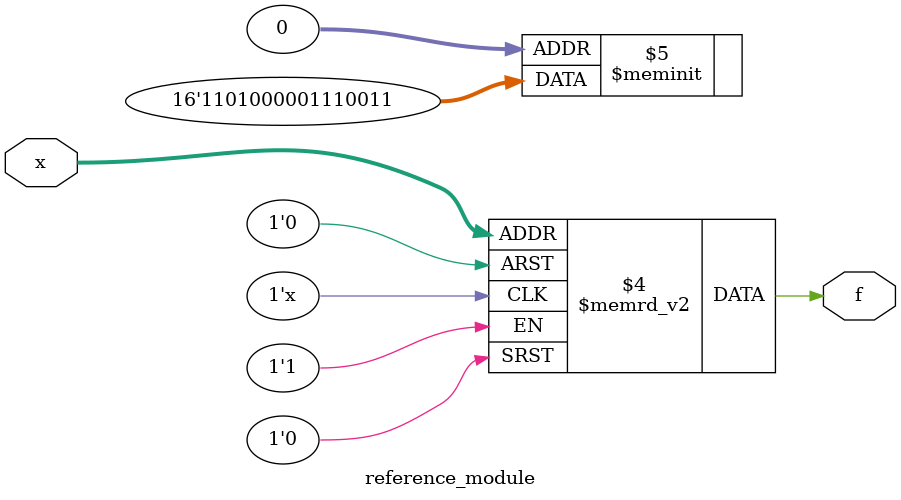
<source format=sv>
module reference_module (
	input [4:1] x,
	output logic f
);

	always_comb begin
		case (x) 
			4'h0: f = 1;
			4'h1: f = 1;
			4'h2: f = 0;
			4'h3: f = 0;
			4'h4: f = 1;
			4'h5: f = 1;
			4'h6: f = 1;
			4'h7: f = 0;
			4'h8: f = 0;
			4'h9: f = 0;
			4'ha: f = 0;
			4'hb: f = 0;
			4'hc: f = 1;
			4'hd: f = 0;
			4'he: f = 1;
			4'hf: f = 1;
		endcase
	end

endmodule

</source>
